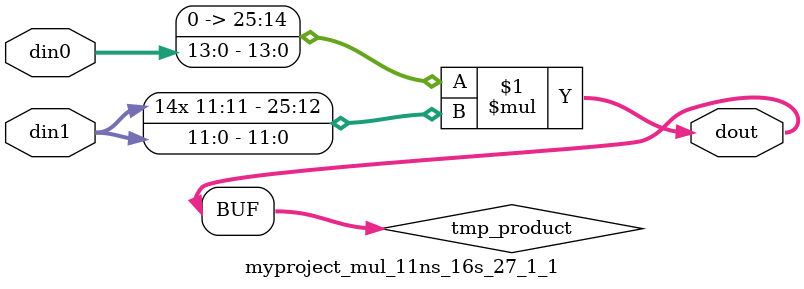
<source format=v>

`timescale 1 ns / 1 ps

  module myproject_mul_11ns_16s_27_1_1(din0, din1, dout);
parameter ID = 1;
parameter NUM_STAGE = 0;
parameter din0_WIDTH = 14;
parameter din1_WIDTH = 12;
parameter dout_WIDTH = 26;

input [din0_WIDTH - 1 : 0] din0; 
input [din1_WIDTH - 1 : 0] din1; 
output [dout_WIDTH - 1 : 0] dout;

wire signed [dout_WIDTH - 1 : 0] tmp_product;











assign tmp_product = $signed({1'b0, din0}) * $signed(din1);










assign dout = tmp_product;







endmodule

</source>
